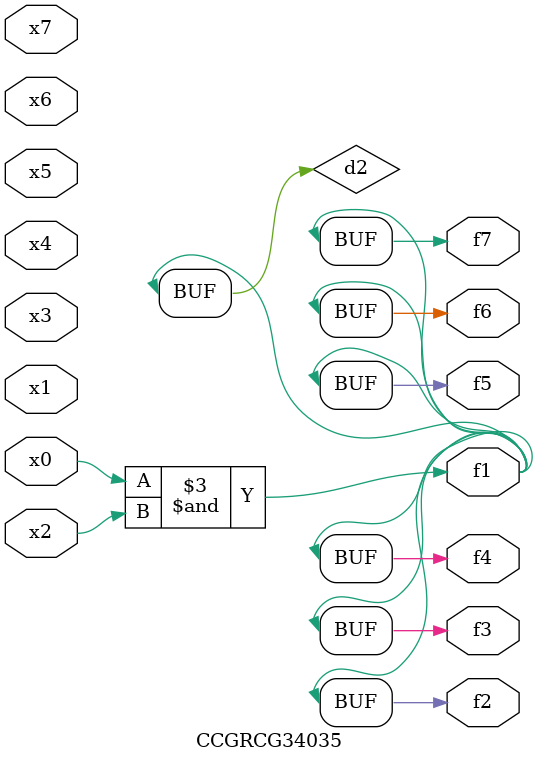
<source format=v>
module CCGRCG34035(
	input x0, x1, x2, x3, x4, x5, x6, x7,
	output f1, f2, f3, f4, f5, f6, f7
);

	wire d1, d2;

	nor (d1, x3, x6);
	and (d2, x0, x2);
	assign f1 = d2;
	assign f2 = d2;
	assign f3 = d2;
	assign f4 = d2;
	assign f5 = d2;
	assign f6 = d2;
	assign f7 = d2;
endmodule

</source>
